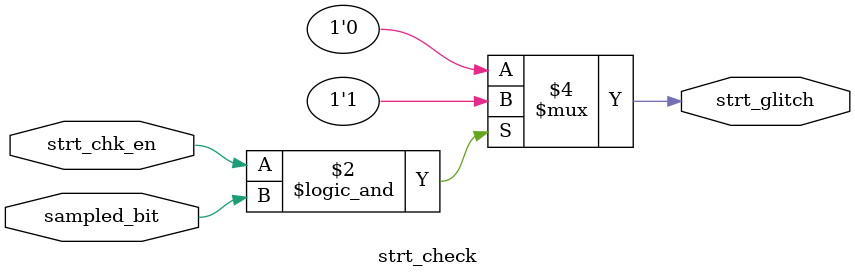
<source format=v>
module strt_check (input wire strt_chk_en,
                   input wire sampled_bit,
                   output reg strt_glitch);

    always @(*) begin
        if (strt_chk_en && sampled_bit) 
            strt_glitch = 1'b1;
        else
            strt_glitch = 1'b0;
    end
            
endmodule

</source>
